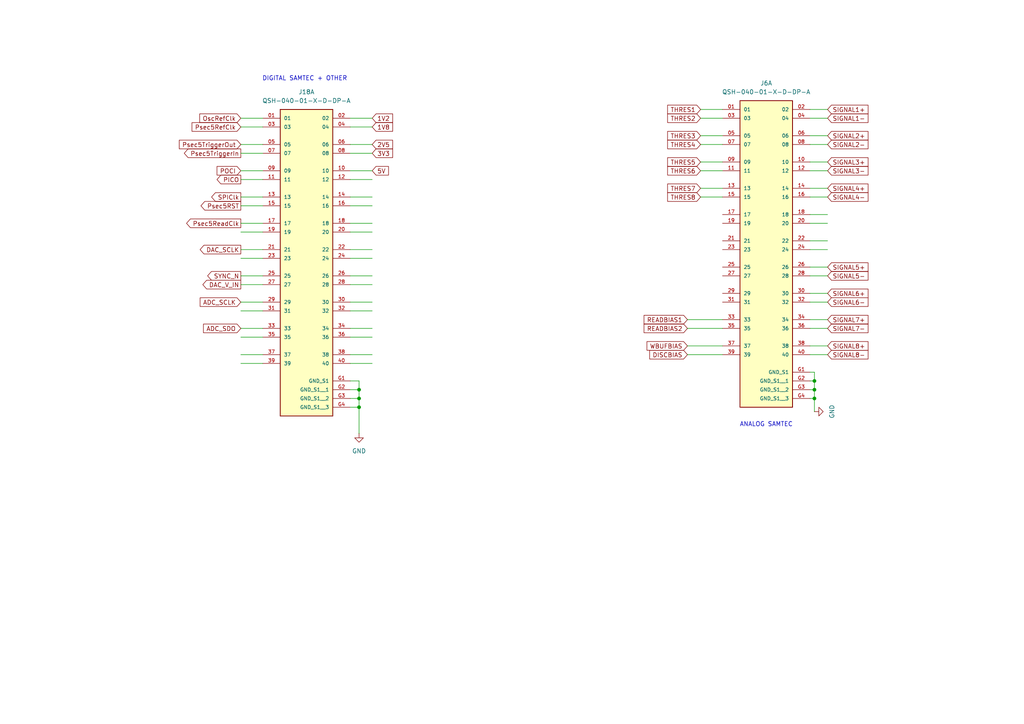
<source format=kicad_sch>
(kicad_sch (version 20231120) (generator "eeschema") (generator_version "8.0")
  (paper "A4")
  (lib_symbols
    (symbol "PSEC5_ctrlbd:QSH-040-01-X-D-DP-A" (pin_names (offset 1.016))
      (property "Reference" "J" (at -7.62 41.275 0))
      (property "Value" "QSH-040-01-X-D-DP-A" (at -11.43 -50.8 0))
      (symbol "QSH-040-01-X-D-DP-A_1_0"
        (rectangle (start -7.62 -48.26) (end 7.62 40.64) (stroke (width 0.254)) (fill (type background)))
        (pin passive line (at -12.7 38.1 0) (length 5.08) (name "01") (number "01"))
        (pin passive line (at 12.7 38.1 180) (length 5.08) (name "02") (number "02"))
        (pin passive line (at -12.7 35.56 0) (length 5.08) (name "03") (number "03"))
        (pin passive line (at 12.7 35.56 180) (length 5.08) (name "04") (number "04"))
        (pin passive line (at -12.7 30.48 0) (length 5.08) (name "05") (number "05"))
        (pin passive line (at 12.7 30.48 180) (length 5.08) (name "06") (number "06"))
        (pin passive line (at -12.7 27.94 0) (length 5.08) (name "07") (number "07"))
        (pin passive line (at 12.7 27.94 180) (length 5.08) (name "08") (number "08"))
        (pin passive line (at -12.7 22.86 0) (length 5.08) (name "09") (number "09"))
        (pin passive line (at 12.7 22.86 180) (length 5.08) (name "10") (number "10"))
        (pin passive line (at -12.7 20.32 0) (length 5.08) (name "11") (number "11"))
        (pin passive line (at 12.7 20.32 180) (length 5.08) (name "12") (number "12"))
        (pin passive line (at -12.7 15.24 0) (length 5.08) (name "13") (number "13"))
        (pin passive line (at 12.7 15.24 180) (length 5.08) (name "14") (number "14"))
        (pin passive line (at -12.7 12.7 0) (length 5.08) (name "15") (number "15"))
        (pin passive line (at 12.7 12.7 180) (length 5.08) (name "16") (number "16"))
        (pin passive line (at -12.7 7.62 0) (length 5.08) (name "17") (number "17"))
        (pin passive line (at 12.7 7.62 180) (length 5.08) (name "18") (number "18"))
        (pin passive line (at -12.7 5.08 0) (length 5.08) (name "19") (number "19"))
        (pin passive line (at 12.7 5.08 180) (length 5.08) (name "20") (number "20"))
        (pin passive line (at -12.7 0 0) (length 5.08) (name "21") (number "21"))
        (pin passive line (at 12.7 0 180) (length 5.08) (name "22") (number "22"))
        (pin passive line (at -12.7 -2.54 0) (length 5.08) (name "23") (number "23"))
        (pin passive line (at 12.7 -2.54 180) (length 5.08) (name "24") (number "24"))
        (pin passive line (at -12.7 -7.62 0) (length 5.08) (name "25") (number "25"))
        (pin passive line (at 12.7 -7.62 180) (length 5.08) (name "26") (number "26"))
        (pin passive line (at -12.7 -10.16 0) (length 5.08) (name "27") (number "27"))
        (pin passive line (at 12.7 -10.16 180) (length 5.08) (name "28") (number "28"))
        (pin passive line (at -12.7 -15.24 0) (length 5.08) (name "29") (number "29"))
        (pin passive line (at 12.7 -15.24 180) (length 5.08) (name "30") (number "30"))
        (pin passive line (at -12.7 -17.78 0) (length 5.08) (name "31") (number "31"))
        (pin passive line (at 12.7 -17.78 180) (length 5.08) (name "32") (number "32"))
        (pin passive line (at -12.7 -22.86 0) (length 5.08) (name "33") (number "33"))
        (pin passive line (at 12.7 -22.86 180) (length 5.08) (name "34") (number "34"))
        (pin passive line (at -12.7 -25.4 0) (length 5.08) (name "35") (number "35"))
        (pin passive line (at 12.7 -25.4 180) (length 5.08) (name "36") (number "36"))
        (pin passive line (at -12.7 -30.48 0) (length 5.08) (name "37") (number "37"))
        (pin passive line (at 12.7 -30.48 180) (length 5.08) (name "38") (number "38"))
        (pin passive line (at -12.7 -33.02 0) (length 5.08) (name "39") (number "39"))
        (pin passive line (at 12.7 -33.02 180) (length 5.08) (name "40") (number "40"))
        (pin power_in line (at 12.7 -38.1 180) (length 5.08) (name "GND_S1") (number "G1"))
        (pin power_in line (at 12.7 -40.64 180) (length 5.08) (name "GND_S1__1") (number "G2"))
        (pin power_in line (at 12.7 -43.18 180) (length 5.08) (name "GND_S1__2") (number "G3"))
        (pin power_in line (at 12.7 -45.72 180) (length 5.08) (name "GND_S1__3") (number "G4"))
      )
      (symbol "QSH-040-01-X-D-DP-A_2_0"
        (rectangle (start -7.62 -48.26) (end 7.62 40.64) (stroke (width 0.254)) (fill (type background)))
        (pin passive line (at -12.7 38.1 0) (length 5.08) (name "41") (number "41"))
        (pin passive line (at 12.7 38.1 180) (length 5.08) (name "42") (number "42"))
        (pin passive line (at -12.7 35.56 0) (length 5.08) (name "43") (number "43"))
        (pin passive line (at 12.7 35.56 180) (length 5.08) (name "44") (number "44"))
        (pin passive line (at -12.7 30.48 0) (length 5.08) (name "45") (number "45"))
        (pin passive line (at 12.7 30.48 180) (length 5.08) (name "46") (number "46"))
        (pin passive line (at -12.7 27.94 0) (length 5.08) (name "47") (number "47"))
        (pin passive line (at 12.7 27.94 180) (length 5.08) (name "48") (number "48"))
        (pin passive line (at -12.7 22.86 0) (length 5.08) (name "49") (number "49"))
        (pin passive line (at 12.7 22.86 180) (length 5.08) (name "50") (number "50"))
        (pin passive line (at -12.7 20.32 0) (length 5.08) (name "51") (number "51"))
        (pin passive line (at 12.7 20.32 180) (length 5.08) (name "52") (number "52"))
        (pin passive line (at -12.7 15.24 0) (length 5.08) (name "53") (number "53"))
        (pin passive line (at 12.7 15.24 180) (length 5.08) (name "54") (number "54"))
        (pin passive line (at -12.7 12.7 0) (length 5.08) (name "55") (number "55"))
        (pin passive line (at 12.7 12.7 180) (length 5.08) (name "56") (number "56"))
        (pin passive line (at -12.7 7.62 0) (length 5.08) (name "57") (number "57"))
        (pin passive line (at 12.7 7.62 180) (length 5.08) (name "58") (number "58"))
        (pin passive line (at -12.7 5.08 0) (length 5.08) (name "59") (number "59"))
        (pin passive line (at 12.7 5.08 180) (length 5.08) (name "60") (number "60"))
        (pin passive line (at -12.7 0 0) (length 5.08) (name "61") (number "61"))
        (pin passive line (at 12.7 0 180) (length 5.08) (name "62") (number "62"))
        (pin passive line (at -12.7 -2.54 0) (length 5.08) (name "63") (number "63"))
        (pin passive line (at 12.7 -2.54 180) (length 5.08) (name "64") (number "64"))
        (pin passive line (at -12.7 -7.62 0) (length 5.08) (name "65") (number "65"))
        (pin passive line (at 12.7 -7.62 180) (length 5.08) (name "66") (number "66"))
        (pin passive line (at -12.7 -10.16 0) (length 5.08) (name "67") (number "67"))
        (pin passive line (at 12.7 -10.16 180) (length 5.08) (name "68") (number "68"))
        (pin passive line (at -12.7 -15.24 0) (length 5.08) (name "69") (number "69"))
        (pin passive line (at 12.7 -15.24 180) (length 5.08) (name "70") (number "70"))
        (pin passive line (at -12.7 -17.78 0) (length 5.08) (name "71") (number "71"))
        (pin passive line (at 12.7 -17.78 180) (length 5.08) (name "72") (number "72"))
        (pin passive line (at -12.7 -22.86 0) (length 5.08) (name "73") (number "73"))
        (pin passive line (at 12.7 -22.86 180) (length 5.08) (name "74") (number "74"))
        (pin passive line (at -12.7 -25.4 0) (length 5.08) (name "75") (number "75"))
        (pin passive line (at 12.7 -25.4 180) (length 5.08) (name "76") (number "76"))
        (pin passive line (at -12.7 -30.48 0) (length 5.08) (name "77") (number "77"))
        (pin passive line (at 12.7 -30.48 180) (length 5.08) (name "78") (number "78"))
        (pin passive line (at -12.7 -33.02 0) (length 5.08) (name "79") (number "79"))
        (pin passive line (at 12.7 -33.02 180) (length 5.08) (name "80") (number "80"))
        (pin power_in line (at 12.7 -38.1 180) (length 5.08) (name "GND_S2") (number "G5"))
        (pin power_in line (at 12.7 -40.64 180) (length 5.08) (name "GND_S2__1") (number "G6"))
        (pin power_in line (at 12.7 -43.18 180) (length 5.08) (name "GND_S2__2") (number "G7"))
        (pin power_in line (at 12.7 -45.72 180) (length 5.08) (name "GND_S2__3") (number "G8"))
      )
    )
    (symbol "power:GND" (power) (pin_numbers hide) (pin_names (offset 0) hide)
      (property "Value" "GND" (at 0 -3.81 0))
      (symbol "GND_0_1"
        (polyline (pts (xy 0 0) (xy 0 -1.27) (xy 1.27 -1.27) (xy 0 -2.54) (xy -1.27 -1.27) (xy 0 -1.27)))
      )
      (symbol "GND_1_1"
        (pin power_in line (at 0 0 270) (length 0) (name "~") (number "1"))
      )
    )
  )
  (junction (at 104.14 113.03))
  (junction (at 104.14 118.11))
  (junction (at 236.22 115.57))
  (junction (at 236.22 113.03))
  (junction (at 236.22 110.49))
  (junction (at 104.14 115.57))
  (wire (pts (xy 234.95 57.15) (xy 240.03 57.15)))
  (wire (pts (xy 69.85 64.77) (xy 76.2 64.77)))
  (wire (pts (xy 209.55 49.53) (xy 203.2 49.53)))
  (wire (pts (xy 209.55 102.87) (xy 199.39 102.87)))
  (wire (pts (xy 101.6 105.41) (xy 107.95 105.41)))
  (wire (pts (xy 236.22 113.03) (xy 236.22 110.49)))
  (wire (pts (xy 234.95 80.01) (xy 240.03 80.01)))
  (wire (pts (xy 209.55 54.61) (xy 203.2 54.61)))
  (wire (pts (xy 101.6 110.49) (xy 104.14 110.49)))
  (wire (pts (xy 234.95 87.63) (xy 240.03 87.63)))
  (wire (pts (xy 209.55 57.15) (xy 203.2 57.15)))
  (wire (pts (xy 234.95 110.49) (xy 236.22 110.49)))
  (wire (pts (xy 101.6 113.03) (xy 104.14 113.03)))
  (wire (pts (xy 234.95 85.09) (xy 240.03 85.09)))
  (wire (pts (xy 101.6 72.39) (xy 107.95 72.39)))
  (wire (pts (xy 234.95 100.33) (xy 240.03 100.33)))
  (wire (pts (xy 69.85 82.55) (xy 76.2 82.55)))
  (wire (pts (xy 234.95 41.91) (xy 240.03 41.91)))
  (wire (pts (xy 209.55 34.29) (xy 203.2 34.29)))
  (wire (pts (xy 69.85 36.83) (xy 76.2 36.83)))
  (wire (pts (xy 69.85 80.01) (xy 76.2 80.01)))
  (wire (pts (xy 101.6 87.63) (xy 107.95 87.63)))
  (wire (pts (xy 69.85 41.91) (xy 76.2 41.91)))
  (wire (pts (xy 234.95 77.47) (xy 240.03 77.47)))
  (wire (pts (xy 104.14 118.11) (xy 104.14 125.73)))
  (wire (pts (xy 101.6 36.83) (xy 107.95 36.83)))
  (wire (pts (xy 101.6 41.91) (xy 107.95 41.91)))
  (wire (pts (xy 69.85 105.41) (xy 76.2 105.41)))
  (wire (pts (xy 209.55 41.91) (xy 203.2 41.91)))
  (wire (pts (xy 101.6 52.07) (xy 107.95 52.07)))
  (wire (pts (xy 236.22 115.57) (xy 236.22 113.03)))
  (wire (pts (xy 69.85 87.63) (xy 76.2 87.63)))
  (wire (pts (xy 234.95 34.29) (xy 240.03 34.29)))
  (wire (pts (xy 101.6 49.53) (xy 107.95 49.53)))
  (wire (pts (xy 209.55 100.33) (xy 199.39 100.33)))
  (wire (pts (xy 101.6 34.29) (xy 107.95 34.29)))
  (wire (pts (xy 236.22 110.49) (xy 236.22 107.95)))
  (wire (pts (xy 104.14 115.57) (xy 104.14 118.11)))
  (wire (pts (xy 104.14 113.03) (xy 104.14 115.57)))
  (wire (pts (xy 209.55 39.37) (xy 203.2 39.37)))
  (wire (pts (xy 234.95 72.39) (xy 240.03 72.39)))
  (wire (pts (xy 101.6 57.15) (xy 107.95 57.15)))
  (wire (pts (xy 69.85 34.29) (xy 76.2 34.29)))
  (wire (pts (xy 209.55 31.75) (xy 203.2 31.75)))
  (wire (pts (xy 209.55 92.71) (xy 199.39 92.71)))
  (wire (pts (xy 101.6 95.25) (xy 107.95 95.25)))
  (wire (pts (xy 101.6 74.93) (xy 107.95 74.93)))
  (wire (pts (xy 234.95 49.53) (xy 240.03 49.53)))
  (wire (pts (xy 234.95 39.37) (xy 240.03 39.37)))
  (wire (pts (xy 69.85 67.31) (xy 76.2 67.31)))
  (wire (pts (xy 69.85 52.07) (xy 76.2 52.07)))
  (wire (pts (xy 101.6 118.11) (xy 104.14 118.11)))
  (wire (pts (xy 69.85 95.25) (xy 76.2 95.25)))
  (wire (pts (xy 101.6 102.87) (xy 107.95 102.87)))
  (wire (pts (xy 104.14 115.57) (xy 101.6 115.57)))
  (wire (pts (xy 104.14 110.49) (xy 104.14 113.03)))
  (wire (pts (xy 101.6 59.69) (xy 107.95 59.69)))
  (wire (pts (xy 101.6 64.77) (xy 107.95 64.77)))
  (wire (pts (xy 69.85 90.17) (xy 76.2 90.17)))
  (wire (pts (xy 69.85 44.45) (xy 76.2 44.45)))
  (wire (pts (xy 234.95 69.85) (xy 240.03 69.85)))
  (wire (pts (xy 101.6 44.45) (xy 107.95 44.45)))
  (wire (pts (xy 69.85 49.53) (xy 76.2 49.53)))
  (wire (pts (xy 101.6 97.79) (xy 107.95 97.79)))
  (wire (pts (xy 234.95 64.77) (xy 240.03 64.77)))
  (wire (pts (xy 234.95 113.03) (xy 236.22 113.03)))
  (wire (pts (xy 234.95 102.87) (xy 240.03 102.87)))
  (wire (pts (xy 101.6 67.31) (xy 107.95 67.31)))
  (wire (pts (xy 209.55 95.25) (xy 199.39 95.25)))
  (wire (pts (xy 234.95 115.57) (xy 236.22 115.57)))
  (wire (pts (xy 69.85 57.15) (xy 76.2 57.15)))
  (wire (pts (xy 209.55 46.99) (xy 203.2 46.99)))
  (wire (pts (xy 69.85 59.69) (xy 76.2 59.69)))
  (wire (pts (xy 69.85 97.79) (xy 76.2 97.79)))
  (wire (pts (xy 101.6 80.01) (xy 107.95 80.01)))
  (wire (pts (xy 69.85 72.39) (xy 76.2 72.39)))
  (wire (pts (xy 234.95 107.95) (xy 236.22 107.95)))
  (wire (pts (xy 234.95 95.25) (xy 240.03 95.25)))
  (wire (pts (xy 234.95 62.23) (xy 240.03 62.23)))
  (wire (pts (xy 234.95 54.61) (xy 240.03 54.61)))
  (wire (pts (xy 236.22 119.38) (xy 236.22 115.57)))
  (wire (pts (xy 101.6 90.17) (xy 107.95 90.17)))
  (wire (pts (xy 234.95 92.71) (xy 240.03 92.71)))
  (wire (pts (xy 69.85 74.93) (xy 76.2 74.93)))
  (wire (pts (xy 234.95 46.99) (xy 240.03 46.99)))
  (wire (pts (xy 101.6 82.55) (xy 107.95 82.55)))
  (wire (pts (xy 69.85 102.87) (xy 76.2 102.87)))
  (wire (pts (xy 234.95 31.75) (xy 240.03 31.75)))
  (text "ANALOG SAMTEC" (at 222.25 123.19 0) (effects (font (size 1.27 1.27))))
  (text "DIGITAL SAMTEC + OTHER" (at 88.392 22.86 0) (effects (font (size 1.27 1.27))))
  (global_label "THRES1" (shape input) (at 203.2 31.75 180) (property "Intersheetrefs" "${INTERSHEET_REFS}" (effects (hide yes))))
  (global_label "DAC_V_IN" (shape output) (at 69.85 82.55 180) (property "Intersheetrefs" "${INTERSHEET_REFS}" (effects (hide yes))))
  (global_label "THRES2" (shape input) (at 203.2 34.29 180) (property "Intersheetrefs" "${INTERSHEET_REFS}" (effects (hide yes))))
  (global_label "1V8" (shape input) (at 107.95 36.83 0) (property "Intersheetrefs" "${INTERSHEET_REFS}" (effects (hide yes))))
  (global_label "SIGNAL6+" (shape input) (at 240.03 85.09 0) (property "Intersheetrefs" "${INTERSHEET_REFS}" (effects (hide yes))))
  (global_label "THRES4" (shape input) (at 203.2 41.91 180) (property "Intersheetrefs" "${INTERSHEET_REFS}" (effects (hide yes))))
  (global_label "SIGNAL6-" (shape input) (at 240.03 87.63 0) (property "Intersheetrefs" "${INTERSHEET_REFS}" (effects (hide yes))))
  (global_label "THRES7" (shape input) (at 203.2 54.61 180) (property "Intersheetrefs" "${INTERSHEET_REFS}" (effects (hide yes))))
  (global_label "SIGNAL5+" (shape input) (at 240.03 77.47 0) (property "Intersheetrefs" "${INTERSHEET_REFS}" (effects (hide yes))))
  (global_label "2V5" (shape input) (at 107.95 41.91 0) (property "Intersheetrefs" "${INTERSHEET_REFS}" (effects (hide yes))))
  (global_label "WBUFBIAS" (shape input) (at 199.39 100.33 180) (property "Intersheetrefs" "${INTERSHEET_REFS}" (effects (hide yes))))
  (global_label "SIGNAL7-" (shape input) (at 240.03 95.25 0) (property "Intersheetrefs" "${INTERSHEET_REFS}" (effects (hide yes))))
  (global_label "SYNC_N" (shape output) (at 69.85 80.01 180) (property "Intersheetrefs" "${INTERSHEET_REFS}" (effects (hide yes))))
  (global_label "SIGNAL8+" (shape input) (at 240.03 100.33 0) (property "Intersheetrefs" "${INTERSHEET_REFS}" (effects (hide yes))))
  (global_label "READBIAS1" (shape input) (at 199.39 92.71 180) (property "Intersheetrefs" "${INTERSHEET_REFS}" (effects (hide yes))))
  (global_label "Psec5RefClk" (shape input) (at 69.85 36.83 180) (property "Intersheetrefs" "${INTERSHEET_REFS}" (effects (hide yes))))
  (global_label "PICO" (shape output) (at 69.85 52.07 180) (property "Intersheetrefs" "${INTERSHEET_REFS}" (effects (hide yes))))
  (global_label "THRES5" (shape input) (at 203.2 46.99 180) (property "Intersheetrefs" "${INTERSHEET_REFS}" (effects (hide yes))))
  (global_label "3V3" (shape input) (at 107.95 44.45 0) (property "Intersheetrefs" "${INTERSHEET_REFS}" (effects (hide yes))))
  (global_label "DAC_SCLK" (shape output) (at 69.85 72.39 180) (property "Intersheetrefs" "${INTERSHEET_REFS}" (effects (hide yes))))
  (global_label "SIGNAL4+" (shape input) (at 240.03 54.61 0) (property "Intersheetrefs" "${INTERSHEET_REFS}" (effects (hide yes))))
  (global_label "POCI" (shape input) (at 69.85 49.53 180) (property "Intersheetrefs" "${INTERSHEET_REFS}" (effects (hide yes))))
  (global_label "THRES8" (shape input) (at 203.2 57.15 180) (property "Intersheetrefs" "${INTERSHEET_REFS}" (effects (hide yes))))
  (global_label "ADC_SDO" (shape input) (at 69.85 95.25 180) (property "Intersheetrefs" "${INTERSHEET_REFS}" (effects (hide yes))))
  (global_label "THRES6" (shape input) (at 203.2 49.53 180) (property "Intersheetrefs" "${INTERSHEET_REFS}" (effects (hide yes))))
  (global_label "Psec5RST" (shape output) (at 69.85 59.69 180) (property "Intersheetrefs" "${INTERSHEET_REFS}" (effects (hide yes))))
  (global_label "SIGNAL3+" (shape input) (at 240.03 46.99 0) (property "Intersheetrefs" "${INTERSHEET_REFS}" (effects (hide yes))))
  (global_label "ADC_SCLK" (shape input) (at 69.85 87.63 180) (property "Intersheetrefs" "${INTERSHEET_REFS}" (effects (hide yes))))
  (global_label "SIGNAL4-" (shape input) (at 240.03 57.15 0) (property "Intersheetrefs" "${INTERSHEET_REFS}" (effects (hide yes))))
  (global_label "SIGNAL5-" (shape input) (at 240.03 80.01 0) (property "Intersheetrefs" "${INTERSHEET_REFS}" (effects (hide yes))))
  (global_label "SIGNAL8-" (shape input) (at 240.03 102.87 0) (property "Intersheetrefs" "${INTERSHEET_REFS}" (effects (hide yes))))
  (global_label "SIGNAL2+" (shape input) (at 240.03 39.37 0) (property "Intersheetrefs" "${INTERSHEET_REFS}" (effects (hide yes))))
  (global_label "1V2" (shape input) (at 107.95 34.29 0) (property "Intersheetrefs" "${INTERSHEET_REFS}" (effects (hide yes))))
  (global_label "SIGNAL7+" (shape input) (at 240.03 92.71 0) (property "Intersheetrefs" "${INTERSHEET_REFS}" (effects (hide yes))))
  (global_label "SIGNAL1-" (shape input) (at 240.03 34.29 0) (property "Intersheetrefs" "${INTERSHEET_REFS}" (effects (hide yes))))
  (global_label "SIGNAL1+" (shape input) (at 240.03 31.75 0) (property "Intersheetrefs" "${INTERSHEET_REFS}" (effects (hide yes))))
  (global_label "SIGNAL2-" (shape input) (at 240.03 41.91 0) (property "Intersheetrefs" "${INTERSHEET_REFS}" (effects (hide yes))))
  (global_label "SIGNAL3-" (shape input) (at 240.03 49.53 0) (property "Intersheetrefs" "${INTERSHEET_REFS}" (effects (hide yes))))
  (global_label "5V" (shape input) (at 107.95 49.53 0) (property "Intersheetrefs" "${INTERSHEET_REFS}" (effects (hide yes))))
  (global_label "READBIAS2" (shape input) (at 199.39 95.25 180) (property "Intersheetrefs" "${INTERSHEET_REFS}" (effects (hide yes))))
  (global_label "Psec5ReadClk" (shape output) (at 69.85 64.77 180) (property "Intersheetrefs" "${INTERSHEET_REFS}" (effects (hide yes))))
  (global_label "Psec5TriggerOut" (shape input) (at 69.85 41.91 180) (property "Intersheetrefs" "${INTERSHEET_REFS}" (effects (hide yes))))
  (global_label "SPIClk" (shape output) (at 69.85 57.15 180) (property "Intersheetrefs" "${INTERSHEET_REFS}" (effects (hide yes))))
  (global_label "DISCBIAS" (shape input) (at 199.39 102.87 180) (property "Intersheetrefs" "${INTERSHEET_REFS}" (effects (hide yes))))
  (global_label "Psec5TriggerIn" (shape output) (at 69.85 44.45 180) (property "Intersheetrefs" "${INTERSHEET_REFS}" (effects (hide yes))))
  (global_label "OscRefClk" (shape input) (at 69.85 34.29 180) (property "Intersheetrefs" "${INTERSHEET_REFS}" (effects (hide yes))))
  (global_label "THRES3" (shape input) (at 203.2 39.37 180) (property "Intersheetrefs" "${INTERSHEET_REFS}" (effects (hide yes))))
  (symbol (lib_id "power:GND") (at 236.22 119.38 90) (unit 1)
    (property "Reference" "#PWR02" (effects (hide yes)))
    (property "Value" "GND" (at 241.3 119.38 0))
    (property "Description" "Power symbol creates a global label with name \"GND\" , ground" (effects (hide yes)))
  )
  (symbol (lib_id "PSEC5_ctrlbd:QSH-040-01-X-D-DP-A") (at 222.25 69.85 0) (unit 1)
    (property "Reference" "J6" (at 222.25 24.13 0))
    (property "Value" "QSH-040-01-X-D-DP-A" (at 222.25 26.67 0))
    (property "Footprint" "QSH-040-01-X-D-DP-A:SAMTEC_QSH-040-01-X-D-DP-A" (effects (hide yes)))
    (property "PARTREV" "M" (effects (hide yes)))
    (property "STANDARD" "Manufacturer Recommendations" (effects (hide yes)))
    (property "MAXIMUM_PACKAGE_HEIGHT" "3.327mm" (effects (hide yes)))
    (property "MANUFACTURER" "Samtec" (effects (hide yes)))
  )
  (symbol (lib_id "power:GND") (at 104.14 125.73 0) (unit 1)
    (property "Reference" "#PWR03" (effects (hide yes)))
    (property "Value" "GND" (at 104.14 130.81 0))
    (property "Description" "Power symbol creates a global label with name \"GND\" , ground" (effects (hide yes)))
  )
  (symbol (lib_id "PSEC5_ctrlbd:QSH-040-01-X-D-DP-A") (at 88.9 72.39 0) (unit 1)
    (property "Reference" "J18" (at 88.9 26.67 0))
    (property "Value" "QSH-040-01-X-D-DP-A" (at 88.9 29.21 0))
    (property "Footprint" "QSH-040-01-X-D-DP-A:SAMTEC_QSH-040-01-X-D-DP-A" (effects (hide yes)))
    (property "PARTREV" "M" (effects (hide yes)))
    (property "STANDARD" "Manufacturer Recommendations" (effects (hide yes)))
    (property "MAXIMUM_PACKAGE_HEIGHT" "3.327mm" (effects (hide yes)))
    (property "MANUFACTURER" "Samtec" (effects (hide yes)))
  )
)
</source>
